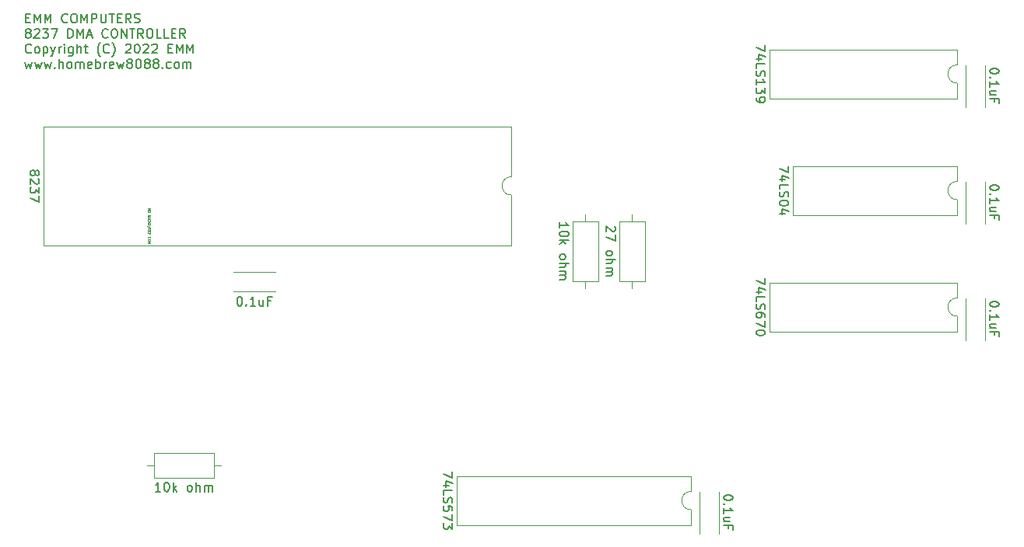
<source format=gbr>
G04 #@! TF.GenerationSoftware,KiCad,Pcbnew,(5.1.8)-1*
G04 #@! TF.CreationDate,2022-03-26T12:00:40-06:00*
G04 #@! TF.ProjectId,DMA,444d412e-6b69-4636-9164-5f7063625858,rev?*
G04 #@! TF.SameCoordinates,Original*
G04 #@! TF.FileFunction,Legend,Top*
G04 #@! TF.FilePolarity,Positive*
%FSLAX46Y46*%
G04 Gerber Fmt 4.6, Leading zero omitted, Abs format (unit mm)*
G04 Created by KiCad (PCBNEW (5.1.8)-1) date 2022-03-26 12:00:40*
%MOMM*%
%LPD*%
G01*
G04 APERTURE LIST*
%ADD10C,0.063500*%
%ADD11C,0.150000*%
%ADD12C,0.120000*%
G04 APERTURE END LIST*
D10*
X68711475Y-81399742D02*
X68965475Y-81399742D01*
X68711475Y-81544885D01*
X68965475Y-81544885D01*
X68965475Y-81714219D02*
X68965475Y-81762600D01*
X68953380Y-81786790D01*
X68929189Y-81810980D01*
X68880808Y-81823076D01*
X68796141Y-81823076D01*
X68747760Y-81810980D01*
X68723570Y-81786790D01*
X68711475Y-81762600D01*
X68711475Y-81714219D01*
X68723570Y-81690028D01*
X68747760Y-81665838D01*
X68796141Y-81653742D01*
X68880808Y-81653742D01*
X68929189Y-81665838D01*
X68953380Y-81690028D01*
X68965475Y-81714219D01*
X68711475Y-82125457D02*
X68965475Y-82125457D01*
X68965475Y-82185933D01*
X68953380Y-82222219D01*
X68929189Y-82246409D01*
X68904999Y-82258504D01*
X68856618Y-82270600D01*
X68820332Y-82270600D01*
X68771951Y-82258504D01*
X68747760Y-82246409D01*
X68723570Y-82222219D01*
X68711475Y-82185933D01*
X68711475Y-82125457D01*
X68784046Y-82367361D02*
X68784046Y-82488314D01*
X68711475Y-82343171D02*
X68965475Y-82427838D01*
X68711475Y-82512504D01*
X68735665Y-82742314D02*
X68723570Y-82730219D01*
X68711475Y-82693933D01*
X68711475Y-82669742D01*
X68723570Y-82633457D01*
X68747760Y-82609266D01*
X68771951Y-82597171D01*
X68820332Y-82585076D01*
X68856618Y-82585076D01*
X68904999Y-82597171D01*
X68929189Y-82609266D01*
X68953380Y-82633457D01*
X68965475Y-82669742D01*
X68965475Y-82693933D01*
X68953380Y-82730219D01*
X68941284Y-82742314D01*
X68711475Y-82851171D02*
X68965475Y-82851171D01*
X68711475Y-82996314D02*
X68856618Y-82887457D01*
X68965475Y-82996314D02*
X68820332Y-82851171D01*
X68965475Y-83153552D02*
X68965475Y-83177742D01*
X68953380Y-83201933D01*
X68941284Y-83214028D01*
X68917094Y-83226123D01*
X68868713Y-83238219D01*
X68808237Y-83238219D01*
X68759856Y-83226123D01*
X68735665Y-83214028D01*
X68723570Y-83201933D01*
X68711475Y-83177742D01*
X68711475Y-83153552D01*
X68723570Y-83129361D01*
X68735665Y-83117266D01*
X68759856Y-83105171D01*
X68808237Y-83093076D01*
X68868713Y-83093076D01*
X68917094Y-83105171D01*
X68941284Y-83117266D01*
X68953380Y-83129361D01*
X68965475Y-83153552D01*
X68977570Y-83528504D02*
X68650999Y-83310790D01*
X68711475Y-83758314D02*
X68832427Y-83673647D01*
X68711475Y-83613171D02*
X68965475Y-83613171D01*
X68965475Y-83709933D01*
X68953380Y-83734123D01*
X68941284Y-83746219D01*
X68917094Y-83758314D01*
X68880808Y-83758314D01*
X68856618Y-83746219D01*
X68844522Y-83734123D01*
X68832427Y-83709933D01*
X68832427Y-83613171D01*
X68844522Y-83867171D02*
X68844522Y-83951838D01*
X68711475Y-83988123D02*
X68711475Y-83867171D01*
X68965475Y-83867171D01*
X68965475Y-83988123D01*
X68844522Y-84181647D02*
X68844522Y-84096980D01*
X68711475Y-84096980D02*
X68965475Y-84096980D01*
X68965475Y-84217933D01*
X68735665Y-84653361D02*
X68723570Y-84641266D01*
X68711475Y-84604980D01*
X68711475Y-84580790D01*
X68723570Y-84544504D01*
X68747760Y-84520314D01*
X68771951Y-84508219D01*
X68820332Y-84496123D01*
X68856618Y-84496123D01*
X68904999Y-84508219D01*
X68929189Y-84520314D01*
X68953380Y-84544504D01*
X68965475Y-84580790D01*
X68965475Y-84604980D01*
X68953380Y-84641266D01*
X68941284Y-84653361D01*
X68965475Y-84810600D02*
X68965475Y-84858980D01*
X68953380Y-84883171D01*
X68929189Y-84907361D01*
X68880808Y-84919457D01*
X68796141Y-84919457D01*
X68747760Y-84907361D01*
X68723570Y-84883171D01*
X68711475Y-84858980D01*
X68711475Y-84810600D01*
X68723570Y-84786409D01*
X68747760Y-84762219D01*
X68796141Y-84750123D01*
X68880808Y-84750123D01*
X68929189Y-84762219D01*
X68953380Y-84786409D01*
X68965475Y-84810600D01*
X68711475Y-85028314D02*
X68965475Y-85028314D01*
X68711475Y-85173457D01*
X68965475Y-85173457D01*
D11*
X55445975Y-60674171D02*
X55779308Y-60674171D01*
X55922165Y-61197980D02*
X55445975Y-61197980D01*
X55445975Y-60197980D01*
X55922165Y-60197980D01*
X56350737Y-61197980D02*
X56350737Y-60197980D01*
X56684070Y-60912266D01*
X57017403Y-60197980D01*
X57017403Y-61197980D01*
X57493594Y-61197980D02*
X57493594Y-60197980D01*
X57826927Y-60912266D01*
X58160260Y-60197980D01*
X58160260Y-61197980D01*
X59969784Y-61102742D02*
X59922165Y-61150361D01*
X59779308Y-61197980D01*
X59684070Y-61197980D01*
X59541213Y-61150361D01*
X59445975Y-61055123D01*
X59398356Y-60959885D01*
X59350737Y-60769409D01*
X59350737Y-60626552D01*
X59398356Y-60436076D01*
X59445975Y-60340838D01*
X59541213Y-60245600D01*
X59684070Y-60197980D01*
X59779308Y-60197980D01*
X59922165Y-60245600D01*
X59969784Y-60293219D01*
X60588832Y-60197980D02*
X60779308Y-60197980D01*
X60874546Y-60245600D01*
X60969784Y-60340838D01*
X61017403Y-60531314D01*
X61017403Y-60864647D01*
X60969784Y-61055123D01*
X60874546Y-61150361D01*
X60779308Y-61197980D01*
X60588832Y-61197980D01*
X60493594Y-61150361D01*
X60398356Y-61055123D01*
X60350737Y-60864647D01*
X60350737Y-60531314D01*
X60398356Y-60340838D01*
X60493594Y-60245600D01*
X60588832Y-60197980D01*
X61445975Y-61197980D02*
X61445975Y-60197980D01*
X61779308Y-60912266D01*
X62112641Y-60197980D01*
X62112641Y-61197980D01*
X62588832Y-61197980D02*
X62588832Y-60197980D01*
X62969784Y-60197980D01*
X63065022Y-60245600D01*
X63112641Y-60293219D01*
X63160260Y-60388457D01*
X63160260Y-60531314D01*
X63112641Y-60626552D01*
X63065022Y-60674171D01*
X62969784Y-60721790D01*
X62588832Y-60721790D01*
X63588832Y-60197980D02*
X63588832Y-61007504D01*
X63636451Y-61102742D01*
X63684070Y-61150361D01*
X63779308Y-61197980D01*
X63969784Y-61197980D01*
X64065022Y-61150361D01*
X64112641Y-61102742D01*
X64160260Y-61007504D01*
X64160260Y-60197980D01*
X64493594Y-60197980D02*
X65065022Y-60197980D01*
X64779308Y-61197980D02*
X64779308Y-60197980D01*
X65398356Y-60674171D02*
X65731689Y-60674171D01*
X65874546Y-61197980D02*
X65398356Y-61197980D01*
X65398356Y-60197980D01*
X65874546Y-60197980D01*
X66874546Y-61197980D02*
X66541213Y-60721790D01*
X66303118Y-61197980D02*
X66303118Y-60197980D01*
X66684070Y-60197980D01*
X66779308Y-60245600D01*
X66826927Y-60293219D01*
X66874546Y-60388457D01*
X66874546Y-60531314D01*
X66826927Y-60626552D01*
X66779308Y-60674171D01*
X66684070Y-60721790D01*
X66303118Y-60721790D01*
X67255499Y-61150361D02*
X67398356Y-61197980D01*
X67636451Y-61197980D01*
X67731689Y-61150361D01*
X67779308Y-61102742D01*
X67826927Y-61007504D01*
X67826927Y-60912266D01*
X67779308Y-60817028D01*
X67731689Y-60769409D01*
X67636451Y-60721790D01*
X67445975Y-60674171D01*
X67350737Y-60626552D01*
X67303118Y-60578933D01*
X67255499Y-60483695D01*
X67255499Y-60388457D01*
X67303118Y-60293219D01*
X67350737Y-60245600D01*
X67445975Y-60197980D01*
X67684070Y-60197980D01*
X67826927Y-60245600D01*
X55588832Y-62276552D02*
X55493594Y-62228933D01*
X55445975Y-62181314D01*
X55398356Y-62086076D01*
X55398356Y-62038457D01*
X55445975Y-61943219D01*
X55493594Y-61895600D01*
X55588832Y-61847980D01*
X55779308Y-61847980D01*
X55874546Y-61895600D01*
X55922165Y-61943219D01*
X55969784Y-62038457D01*
X55969784Y-62086076D01*
X55922165Y-62181314D01*
X55874546Y-62228933D01*
X55779308Y-62276552D01*
X55588832Y-62276552D01*
X55493594Y-62324171D01*
X55445975Y-62371790D01*
X55398356Y-62467028D01*
X55398356Y-62657504D01*
X55445975Y-62752742D01*
X55493594Y-62800361D01*
X55588832Y-62847980D01*
X55779308Y-62847980D01*
X55874546Y-62800361D01*
X55922165Y-62752742D01*
X55969784Y-62657504D01*
X55969784Y-62467028D01*
X55922165Y-62371790D01*
X55874546Y-62324171D01*
X55779308Y-62276552D01*
X56350737Y-61943219D02*
X56398356Y-61895600D01*
X56493594Y-61847980D01*
X56731689Y-61847980D01*
X56826927Y-61895600D01*
X56874546Y-61943219D01*
X56922165Y-62038457D01*
X56922165Y-62133695D01*
X56874546Y-62276552D01*
X56303118Y-62847980D01*
X56922165Y-62847980D01*
X57255499Y-61847980D02*
X57874546Y-61847980D01*
X57541213Y-62228933D01*
X57684070Y-62228933D01*
X57779308Y-62276552D01*
X57826927Y-62324171D01*
X57874546Y-62419409D01*
X57874546Y-62657504D01*
X57826927Y-62752742D01*
X57779308Y-62800361D01*
X57684070Y-62847980D01*
X57398356Y-62847980D01*
X57303118Y-62800361D01*
X57255499Y-62752742D01*
X58207880Y-61847980D02*
X58874546Y-61847980D01*
X58445975Y-62847980D01*
X60017403Y-62847980D02*
X60017403Y-61847980D01*
X60255499Y-61847980D01*
X60398356Y-61895600D01*
X60493594Y-61990838D01*
X60541213Y-62086076D01*
X60588832Y-62276552D01*
X60588832Y-62419409D01*
X60541213Y-62609885D01*
X60493594Y-62705123D01*
X60398356Y-62800361D01*
X60255499Y-62847980D01*
X60017403Y-62847980D01*
X61017403Y-62847980D02*
X61017403Y-61847980D01*
X61350737Y-62562266D01*
X61684070Y-61847980D01*
X61684070Y-62847980D01*
X62112641Y-62562266D02*
X62588832Y-62562266D01*
X62017403Y-62847980D02*
X62350737Y-61847980D01*
X62684070Y-62847980D01*
X64350737Y-62752742D02*
X64303118Y-62800361D01*
X64160260Y-62847980D01*
X64065022Y-62847980D01*
X63922165Y-62800361D01*
X63826927Y-62705123D01*
X63779308Y-62609885D01*
X63731689Y-62419409D01*
X63731689Y-62276552D01*
X63779308Y-62086076D01*
X63826927Y-61990838D01*
X63922165Y-61895600D01*
X64065022Y-61847980D01*
X64160260Y-61847980D01*
X64303118Y-61895600D01*
X64350737Y-61943219D01*
X64969784Y-61847980D02*
X65160260Y-61847980D01*
X65255499Y-61895600D01*
X65350737Y-61990838D01*
X65398356Y-62181314D01*
X65398356Y-62514647D01*
X65350737Y-62705123D01*
X65255499Y-62800361D01*
X65160260Y-62847980D01*
X64969784Y-62847980D01*
X64874546Y-62800361D01*
X64779308Y-62705123D01*
X64731689Y-62514647D01*
X64731689Y-62181314D01*
X64779308Y-61990838D01*
X64874546Y-61895600D01*
X64969784Y-61847980D01*
X65826927Y-62847980D02*
X65826927Y-61847980D01*
X66398356Y-62847980D01*
X66398356Y-61847980D01*
X66731689Y-61847980D02*
X67303118Y-61847980D01*
X67017403Y-62847980D02*
X67017403Y-61847980D01*
X68207880Y-62847980D02*
X67874546Y-62371790D01*
X67636451Y-62847980D02*
X67636451Y-61847980D01*
X68017403Y-61847980D01*
X68112641Y-61895600D01*
X68160260Y-61943219D01*
X68207880Y-62038457D01*
X68207880Y-62181314D01*
X68160260Y-62276552D01*
X68112641Y-62324171D01*
X68017403Y-62371790D01*
X67636451Y-62371790D01*
X68826927Y-61847980D02*
X69017403Y-61847980D01*
X69112641Y-61895600D01*
X69207880Y-61990838D01*
X69255499Y-62181314D01*
X69255499Y-62514647D01*
X69207880Y-62705123D01*
X69112641Y-62800361D01*
X69017403Y-62847980D01*
X68826927Y-62847980D01*
X68731689Y-62800361D01*
X68636451Y-62705123D01*
X68588832Y-62514647D01*
X68588832Y-62181314D01*
X68636451Y-61990838D01*
X68731689Y-61895600D01*
X68826927Y-61847980D01*
X70160260Y-62847980D02*
X69684070Y-62847980D01*
X69684070Y-61847980D01*
X70969784Y-62847980D02*
X70493594Y-62847980D01*
X70493594Y-61847980D01*
X71303118Y-62324171D02*
X71636451Y-62324171D01*
X71779308Y-62847980D02*
X71303118Y-62847980D01*
X71303118Y-61847980D01*
X71779308Y-61847980D01*
X72779308Y-62847980D02*
X72445975Y-62371790D01*
X72207880Y-62847980D02*
X72207880Y-61847980D01*
X72588832Y-61847980D01*
X72684070Y-61895600D01*
X72731689Y-61943219D01*
X72779308Y-62038457D01*
X72779308Y-62181314D01*
X72731689Y-62276552D01*
X72684070Y-62324171D01*
X72588832Y-62371790D01*
X72207880Y-62371790D01*
X56017403Y-64402742D02*
X55969784Y-64450361D01*
X55826927Y-64497980D01*
X55731689Y-64497980D01*
X55588832Y-64450361D01*
X55493594Y-64355123D01*
X55445975Y-64259885D01*
X55398356Y-64069409D01*
X55398356Y-63926552D01*
X55445975Y-63736076D01*
X55493594Y-63640838D01*
X55588832Y-63545600D01*
X55731689Y-63497980D01*
X55826927Y-63497980D01*
X55969784Y-63545600D01*
X56017403Y-63593219D01*
X56588832Y-64497980D02*
X56493594Y-64450361D01*
X56445975Y-64402742D01*
X56398356Y-64307504D01*
X56398356Y-64021790D01*
X56445975Y-63926552D01*
X56493594Y-63878933D01*
X56588832Y-63831314D01*
X56731689Y-63831314D01*
X56826927Y-63878933D01*
X56874546Y-63926552D01*
X56922165Y-64021790D01*
X56922165Y-64307504D01*
X56874546Y-64402742D01*
X56826927Y-64450361D01*
X56731689Y-64497980D01*
X56588832Y-64497980D01*
X57350737Y-63831314D02*
X57350737Y-64831314D01*
X57350737Y-63878933D02*
X57445975Y-63831314D01*
X57636451Y-63831314D01*
X57731689Y-63878933D01*
X57779308Y-63926552D01*
X57826927Y-64021790D01*
X57826927Y-64307504D01*
X57779308Y-64402742D01*
X57731689Y-64450361D01*
X57636451Y-64497980D01*
X57445975Y-64497980D01*
X57350737Y-64450361D01*
X58160260Y-63831314D02*
X58398356Y-64497980D01*
X58636451Y-63831314D02*
X58398356Y-64497980D01*
X58303118Y-64736076D01*
X58255499Y-64783695D01*
X58160260Y-64831314D01*
X59017403Y-64497980D02*
X59017403Y-63831314D01*
X59017403Y-64021790D02*
X59065022Y-63926552D01*
X59112641Y-63878933D01*
X59207880Y-63831314D01*
X59303118Y-63831314D01*
X59636451Y-64497980D02*
X59636451Y-63831314D01*
X59636451Y-63497980D02*
X59588832Y-63545600D01*
X59636451Y-63593219D01*
X59684070Y-63545600D01*
X59636451Y-63497980D01*
X59636451Y-63593219D01*
X60541213Y-63831314D02*
X60541213Y-64640838D01*
X60493594Y-64736076D01*
X60445975Y-64783695D01*
X60350737Y-64831314D01*
X60207880Y-64831314D01*
X60112641Y-64783695D01*
X60541213Y-64450361D02*
X60445975Y-64497980D01*
X60255499Y-64497980D01*
X60160260Y-64450361D01*
X60112641Y-64402742D01*
X60065022Y-64307504D01*
X60065022Y-64021790D01*
X60112641Y-63926552D01*
X60160260Y-63878933D01*
X60255499Y-63831314D01*
X60445975Y-63831314D01*
X60541213Y-63878933D01*
X61017403Y-64497980D02*
X61017403Y-63497980D01*
X61445975Y-64497980D02*
X61445975Y-63974171D01*
X61398356Y-63878933D01*
X61303118Y-63831314D01*
X61160260Y-63831314D01*
X61065022Y-63878933D01*
X61017403Y-63926552D01*
X61779308Y-63831314D02*
X62160260Y-63831314D01*
X61922165Y-63497980D02*
X61922165Y-64355123D01*
X61969784Y-64450361D01*
X62065022Y-64497980D01*
X62160260Y-64497980D01*
X63541213Y-64878933D02*
X63493594Y-64831314D01*
X63398356Y-64688457D01*
X63350737Y-64593219D01*
X63303118Y-64450361D01*
X63255499Y-64212266D01*
X63255499Y-64021790D01*
X63303118Y-63783695D01*
X63350737Y-63640838D01*
X63398356Y-63545600D01*
X63493594Y-63402742D01*
X63541213Y-63355123D01*
X64493594Y-64402742D02*
X64445975Y-64450361D01*
X64303118Y-64497980D01*
X64207880Y-64497980D01*
X64065022Y-64450361D01*
X63969784Y-64355123D01*
X63922165Y-64259885D01*
X63874546Y-64069409D01*
X63874546Y-63926552D01*
X63922165Y-63736076D01*
X63969784Y-63640838D01*
X64065022Y-63545600D01*
X64207880Y-63497980D01*
X64303118Y-63497980D01*
X64445975Y-63545600D01*
X64493594Y-63593219D01*
X64826927Y-64878933D02*
X64874546Y-64831314D01*
X64969784Y-64688457D01*
X65017403Y-64593219D01*
X65065022Y-64450361D01*
X65112641Y-64212266D01*
X65112641Y-64021790D01*
X65065022Y-63783695D01*
X65017403Y-63640838D01*
X64969784Y-63545600D01*
X64874546Y-63402742D01*
X64826927Y-63355123D01*
X66303118Y-63593219D02*
X66350737Y-63545600D01*
X66445975Y-63497980D01*
X66684070Y-63497980D01*
X66779308Y-63545600D01*
X66826927Y-63593219D01*
X66874546Y-63688457D01*
X66874546Y-63783695D01*
X66826927Y-63926552D01*
X66255499Y-64497980D01*
X66874546Y-64497980D01*
X67493594Y-63497980D02*
X67588832Y-63497980D01*
X67684070Y-63545600D01*
X67731689Y-63593219D01*
X67779308Y-63688457D01*
X67826927Y-63878933D01*
X67826927Y-64117028D01*
X67779308Y-64307504D01*
X67731689Y-64402742D01*
X67684070Y-64450361D01*
X67588832Y-64497980D01*
X67493594Y-64497980D01*
X67398356Y-64450361D01*
X67350737Y-64402742D01*
X67303118Y-64307504D01*
X67255499Y-64117028D01*
X67255499Y-63878933D01*
X67303118Y-63688457D01*
X67350737Y-63593219D01*
X67398356Y-63545600D01*
X67493594Y-63497980D01*
X68207880Y-63593219D02*
X68255499Y-63545600D01*
X68350737Y-63497980D01*
X68588832Y-63497980D01*
X68684070Y-63545600D01*
X68731689Y-63593219D01*
X68779308Y-63688457D01*
X68779308Y-63783695D01*
X68731689Y-63926552D01*
X68160260Y-64497980D01*
X68779308Y-64497980D01*
X69160260Y-63593219D02*
X69207880Y-63545600D01*
X69303118Y-63497980D01*
X69541213Y-63497980D01*
X69636451Y-63545600D01*
X69684070Y-63593219D01*
X69731689Y-63688457D01*
X69731689Y-63783695D01*
X69684070Y-63926552D01*
X69112641Y-64497980D01*
X69731689Y-64497980D01*
X70922165Y-63974171D02*
X71255499Y-63974171D01*
X71398356Y-64497980D02*
X70922165Y-64497980D01*
X70922165Y-63497980D01*
X71398356Y-63497980D01*
X71826927Y-64497980D02*
X71826927Y-63497980D01*
X72160260Y-64212266D01*
X72493594Y-63497980D01*
X72493594Y-64497980D01*
X72969784Y-64497980D02*
X72969784Y-63497980D01*
X73303118Y-64212266D01*
X73636451Y-63497980D01*
X73636451Y-64497980D01*
X55350737Y-65481314D02*
X55541213Y-66147980D01*
X55731689Y-65671790D01*
X55922165Y-66147980D01*
X56112641Y-65481314D01*
X56398356Y-65481314D02*
X56588832Y-66147980D01*
X56779308Y-65671790D01*
X56969784Y-66147980D01*
X57160260Y-65481314D01*
X57445975Y-65481314D02*
X57636451Y-66147980D01*
X57826927Y-65671790D01*
X58017403Y-66147980D01*
X58207880Y-65481314D01*
X58588832Y-66052742D02*
X58636451Y-66100361D01*
X58588832Y-66147980D01*
X58541213Y-66100361D01*
X58588832Y-66052742D01*
X58588832Y-66147980D01*
X59065022Y-66147980D02*
X59065022Y-65147980D01*
X59493594Y-66147980D02*
X59493594Y-65624171D01*
X59445975Y-65528933D01*
X59350737Y-65481314D01*
X59207880Y-65481314D01*
X59112641Y-65528933D01*
X59065022Y-65576552D01*
X60112641Y-66147980D02*
X60017403Y-66100361D01*
X59969784Y-66052742D01*
X59922165Y-65957504D01*
X59922165Y-65671790D01*
X59969784Y-65576552D01*
X60017403Y-65528933D01*
X60112641Y-65481314D01*
X60255499Y-65481314D01*
X60350737Y-65528933D01*
X60398356Y-65576552D01*
X60445975Y-65671790D01*
X60445975Y-65957504D01*
X60398356Y-66052742D01*
X60350737Y-66100361D01*
X60255499Y-66147980D01*
X60112641Y-66147980D01*
X60874546Y-66147980D02*
X60874546Y-65481314D01*
X60874546Y-65576552D02*
X60922165Y-65528933D01*
X61017403Y-65481314D01*
X61160260Y-65481314D01*
X61255499Y-65528933D01*
X61303118Y-65624171D01*
X61303118Y-66147980D01*
X61303118Y-65624171D02*
X61350737Y-65528933D01*
X61445975Y-65481314D01*
X61588832Y-65481314D01*
X61684070Y-65528933D01*
X61731689Y-65624171D01*
X61731689Y-66147980D01*
X62588832Y-66100361D02*
X62493594Y-66147980D01*
X62303118Y-66147980D01*
X62207880Y-66100361D01*
X62160260Y-66005123D01*
X62160260Y-65624171D01*
X62207880Y-65528933D01*
X62303118Y-65481314D01*
X62493594Y-65481314D01*
X62588832Y-65528933D01*
X62636451Y-65624171D01*
X62636451Y-65719409D01*
X62160260Y-65814647D01*
X63065022Y-66147980D02*
X63065022Y-65147980D01*
X63065022Y-65528933D02*
X63160260Y-65481314D01*
X63350737Y-65481314D01*
X63445975Y-65528933D01*
X63493594Y-65576552D01*
X63541213Y-65671790D01*
X63541213Y-65957504D01*
X63493594Y-66052742D01*
X63445975Y-66100361D01*
X63350737Y-66147980D01*
X63160260Y-66147980D01*
X63065022Y-66100361D01*
X63969784Y-66147980D02*
X63969784Y-65481314D01*
X63969784Y-65671790D02*
X64017403Y-65576552D01*
X64065022Y-65528933D01*
X64160260Y-65481314D01*
X64255499Y-65481314D01*
X64969784Y-66100361D02*
X64874546Y-66147980D01*
X64684070Y-66147980D01*
X64588832Y-66100361D01*
X64541213Y-66005123D01*
X64541213Y-65624171D01*
X64588832Y-65528933D01*
X64684070Y-65481314D01*
X64874546Y-65481314D01*
X64969784Y-65528933D01*
X65017403Y-65624171D01*
X65017403Y-65719409D01*
X64541213Y-65814647D01*
X65350737Y-65481314D02*
X65541213Y-66147980D01*
X65731689Y-65671790D01*
X65922165Y-66147980D01*
X66112641Y-65481314D01*
X66636451Y-65576552D02*
X66541213Y-65528933D01*
X66493594Y-65481314D01*
X66445975Y-65386076D01*
X66445975Y-65338457D01*
X66493594Y-65243219D01*
X66541213Y-65195600D01*
X66636451Y-65147980D01*
X66826927Y-65147980D01*
X66922165Y-65195600D01*
X66969784Y-65243219D01*
X67017403Y-65338457D01*
X67017403Y-65386076D01*
X66969784Y-65481314D01*
X66922165Y-65528933D01*
X66826927Y-65576552D01*
X66636451Y-65576552D01*
X66541213Y-65624171D01*
X66493594Y-65671790D01*
X66445975Y-65767028D01*
X66445975Y-65957504D01*
X66493594Y-66052742D01*
X66541213Y-66100361D01*
X66636451Y-66147980D01*
X66826927Y-66147980D01*
X66922165Y-66100361D01*
X66969784Y-66052742D01*
X67017403Y-65957504D01*
X67017403Y-65767028D01*
X66969784Y-65671790D01*
X66922165Y-65624171D01*
X66826927Y-65576552D01*
X67636451Y-65147980D02*
X67731689Y-65147980D01*
X67826927Y-65195600D01*
X67874546Y-65243219D01*
X67922165Y-65338457D01*
X67969784Y-65528933D01*
X67969784Y-65767028D01*
X67922165Y-65957504D01*
X67874546Y-66052742D01*
X67826927Y-66100361D01*
X67731689Y-66147980D01*
X67636451Y-66147980D01*
X67541213Y-66100361D01*
X67493594Y-66052742D01*
X67445975Y-65957504D01*
X67398356Y-65767028D01*
X67398356Y-65528933D01*
X67445975Y-65338457D01*
X67493594Y-65243219D01*
X67541213Y-65195600D01*
X67636451Y-65147980D01*
X68541213Y-65576552D02*
X68445975Y-65528933D01*
X68398356Y-65481314D01*
X68350737Y-65386076D01*
X68350737Y-65338457D01*
X68398356Y-65243219D01*
X68445975Y-65195600D01*
X68541213Y-65147980D01*
X68731689Y-65147980D01*
X68826927Y-65195600D01*
X68874546Y-65243219D01*
X68922165Y-65338457D01*
X68922165Y-65386076D01*
X68874546Y-65481314D01*
X68826927Y-65528933D01*
X68731689Y-65576552D01*
X68541213Y-65576552D01*
X68445975Y-65624171D01*
X68398356Y-65671790D01*
X68350737Y-65767028D01*
X68350737Y-65957504D01*
X68398356Y-66052742D01*
X68445975Y-66100361D01*
X68541213Y-66147980D01*
X68731689Y-66147980D01*
X68826927Y-66100361D01*
X68874546Y-66052742D01*
X68922165Y-65957504D01*
X68922165Y-65767028D01*
X68874546Y-65671790D01*
X68826927Y-65624171D01*
X68731689Y-65576552D01*
X69493594Y-65576552D02*
X69398356Y-65528933D01*
X69350737Y-65481314D01*
X69303118Y-65386076D01*
X69303118Y-65338457D01*
X69350737Y-65243219D01*
X69398356Y-65195600D01*
X69493594Y-65147980D01*
X69684070Y-65147980D01*
X69779308Y-65195600D01*
X69826927Y-65243219D01*
X69874546Y-65338457D01*
X69874546Y-65386076D01*
X69826927Y-65481314D01*
X69779308Y-65528933D01*
X69684070Y-65576552D01*
X69493594Y-65576552D01*
X69398356Y-65624171D01*
X69350737Y-65671790D01*
X69303118Y-65767028D01*
X69303118Y-65957504D01*
X69350737Y-66052742D01*
X69398356Y-66100361D01*
X69493594Y-66147980D01*
X69684070Y-66147980D01*
X69779308Y-66100361D01*
X69826927Y-66052742D01*
X69874546Y-65957504D01*
X69874546Y-65767028D01*
X69826927Y-65671790D01*
X69779308Y-65624171D01*
X69684070Y-65576552D01*
X70303118Y-66052742D02*
X70350737Y-66100361D01*
X70303118Y-66147980D01*
X70255499Y-66100361D01*
X70303118Y-66052742D01*
X70303118Y-66147980D01*
X71207880Y-66100361D02*
X71112641Y-66147980D01*
X70922165Y-66147980D01*
X70826927Y-66100361D01*
X70779308Y-66052742D01*
X70731689Y-65957504D01*
X70731689Y-65671790D01*
X70779308Y-65576552D01*
X70826927Y-65528933D01*
X70922165Y-65481314D01*
X71112641Y-65481314D01*
X71207880Y-65528933D01*
X71779308Y-66147980D02*
X71684070Y-66100361D01*
X71636451Y-66052742D01*
X71588832Y-65957504D01*
X71588832Y-65671790D01*
X71636451Y-65576552D01*
X71684070Y-65528933D01*
X71779308Y-65481314D01*
X71922165Y-65481314D01*
X72017403Y-65528933D01*
X72065022Y-65576552D01*
X72112641Y-65671790D01*
X72112641Y-65957504D01*
X72065022Y-66052742D01*
X72017403Y-66100361D01*
X71922165Y-66147980D01*
X71779308Y-66147980D01*
X72541213Y-66147980D02*
X72541213Y-65481314D01*
X72541213Y-65576552D02*
X72588832Y-65528933D01*
X72684070Y-65481314D01*
X72826927Y-65481314D01*
X72922165Y-65528933D01*
X72969784Y-65624171D01*
X72969784Y-66147980D01*
X72969784Y-65624171D02*
X73017403Y-65528933D01*
X73112641Y-65481314D01*
X73255499Y-65481314D01*
X73350737Y-65528933D01*
X73398356Y-65624171D01*
X73398356Y-66147980D01*
D12*
G04 #@! TO.C,R3*
X122774380Y-82810600D02*
X120034380Y-82810600D01*
X120034380Y-82810600D02*
X120034380Y-89350600D01*
X120034380Y-89350600D02*
X122774380Y-89350600D01*
X122774380Y-89350600D02*
X122774380Y-82810600D01*
X121404380Y-82040600D02*
X121404380Y-82810600D01*
X121404380Y-90120600D02*
X121404380Y-89350600D01*
G04 #@! TO.C,R2*
X76676380Y-109448600D02*
X75906380Y-109448600D01*
X68596380Y-109448600D02*
X69366380Y-109448600D01*
X75906380Y-108078600D02*
X69366380Y-108078600D01*
X75906380Y-110818600D02*
X75906380Y-108078600D01*
X69366380Y-110818600D02*
X75906380Y-110818600D01*
X69366380Y-108078600D02*
X69366380Y-110818600D01*
G04 #@! TO.C,U2*
X156770380Y-65776600D02*
X156770380Y-64126600D01*
X156770380Y-64126600D02*
X136330380Y-64126600D01*
X136330380Y-64126600D02*
X136330380Y-69426600D01*
X136330380Y-69426600D02*
X156770380Y-69426600D01*
X156770380Y-69426600D02*
X156770380Y-67776600D01*
X156770380Y-67776600D02*
G75*
G02*
X156770380Y-65776600I0J1000000D01*
G01*
G04 #@! TO.C,U1*
X108256380Y-77968600D02*
X108256380Y-72508600D01*
X108256380Y-72508600D02*
X57336380Y-72508600D01*
X57336380Y-72508600D02*
X57336380Y-85428600D01*
X57336380Y-85428600D02*
X108256380Y-85428600D01*
X108256380Y-85428600D02*
X108256380Y-79968600D01*
X108256380Y-79968600D02*
G75*
G02*
X108256380Y-77968600I0J1000000D01*
G01*
G04 #@! TO.C,U4*
X156770380Y-91176600D02*
X156770380Y-89526600D01*
X156770380Y-89526600D02*
X136330380Y-89526600D01*
X136330380Y-89526600D02*
X136330380Y-94826600D01*
X136330380Y-94826600D02*
X156770380Y-94826600D01*
X156770380Y-94826600D02*
X156770380Y-93176600D01*
X156770380Y-93176600D02*
G75*
G02*
X156770380Y-91176600I0J1000000D01*
G01*
G04 #@! TO.C,U3*
X156770380Y-78476600D02*
X156770380Y-76826600D01*
X156770380Y-76826600D02*
X138870380Y-76826600D01*
X138870380Y-76826600D02*
X138870380Y-82126600D01*
X138870380Y-82126600D02*
X156770380Y-82126600D01*
X156770380Y-82126600D02*
X156770380Y-80476600D01*
X156770380Y-80476600D02*
G75*
G02*
X156770380Y-78476600I0J1000000D01*
G01*
G04 #@! TO.C,R1*
X117694380Y-82810600D02*
X114954380Y-82810600D01*
X114954380Y-82810600D02*
X114954380Y-89350600D01*
X114954380Y-89350600D02*
X117694380Y-89350600D01*
X117694380Y-89350600D02*
X117694380Y-82810600D01*
X116324380Y-82040600D02*
X116324380Y-82810600D01*
X116324380Y-90120600D02*
X116324380Y-89350600D01*
G04 #@! TO.C,C5*
X130856380Y-112298600D02*
X130856380Y-116838600D01*
X128716380Y-112298600D02*
X128716380Y-116838600D01*
X130856380Y-112298600D02*
X130841380Y-112298600D01*
X128731380Y-112298600D02*
X128716380Y-112298600D01*
X130856380Y-116838600D02*
X130841380Y-116838600D01*
X128731380Y-116838600D02*
X128716380Y-116838600D01*
G04 #@! TO.C,C4*
X159812380Y-91216600D02*
X159812380Y-95756600D01*
X157672380Y-91216600D02*
X157672380Y-95756600D01*
X159812380Y-91216600D02*
X159797380Y-91216600D01*
X157687380Y-91216600D02*
X157672380Y-91216600D01*
X159812380Y-95756600D02*
X159797380Y-95756600D01*
X157687380Y-95756600D02*
X157672380Y-95756600D01*
G04 #@! TO.C,C3*
X159812380Y-78516600D02*
X159812380Y-83056600D01*
X157672380Y-78516600D02*
X157672380Y-83056600D01*
X159812380Y-78516600D02*
X159797380Y-78516600D01*
X157687380Y-78516600D02*
X157672380Y-78516600D01*
X159812380Y-83056600D02*
X159797380Y-83056600D01*
X157687380Y-83056600D02*
X157672380Y-83056600D01*
G04 #@! TO.C,C2*
X78026380Y-88312600D02*
X82566380Y-88312600D01*
X78026380Y-90452600D02*
X82566380Y-90452600D01*
X78026380Y-88312600D02*
X78026380Y-88327600D01*
X78026380Y-90437600D02*
X78026380Y-90452600D01*
X82566380Y-88312600D02*
X82566380Y-88327600D01*
X82566380Y-90437600D02*
X82566380Y-90452600D01*
G04 #@! TO.C,C1*
X159812380Y-65816600D02*
X159812380Y-70356600D01*
X157672380Y-65816600D02*
X157672380Y-70356600D01*
X159812380Y-65816600D02*
X159797380Y-65816600D01*
X157687380Y-65816600D02*
X157672380Y-65816600D01*
X159812380Y-70356600D02*
X159797380Y-70356600D01*
X157687380Y-70356600D02*
X157672380Y-70356600D01*
G04 #@! TO.C,U5*
X127814380Y-115908600D02*
X127814380Y-114258600D01*
X102294380Y-115908600D02*
X127814380Y-115908600D01*
X102294380Y-110608600D02*
X102294380Y-115908600D01*
X127814380Y-110608600D02*
X102294380Y-110608600D01*
X127814380Y-112258600D02*
X127814380Y-110608600D01*
X127814380Y-114258600D02*
G75*
G02*
X127814380Y-112258600I0J1000000D01*
G01*
G04 #@! TO.C,R3*
D11*
X119486760Y-83366314D02*
X119534380Y-83413933D01*
X119581999Y-83509171D01*
X119581999Y-83747266D01*
X119534380Y-83842504D01*
X119486760Y-83890123D01*
X119391522Y-83937742D01*
X119296284Y-83937742D01*
X119153427Y-83890123D01*
X118581999Y-83318695D01*
X118581999Y-83937742D01*
X119581999Y-84271076D02*
X119581999Y-84937742D01*
X118581999Y-84509171D01*
X118581999Y-86223457D02*
X118629618Y-86128219D01*
X118677237Y-86080600D01*
X118772475Y-86032980D01*
X119058189Y-86032980D01*
X119153427Y-86080600D01*
X119201046Y-86128219D01*
X119248665Y-86223457D01*
X119248665Y-86366314D01*
X119201046Y-86461552D01*
X119153427Y-86509171D01*
X119058189Y-86556790D01*
X118772475Y-86556790D01*
X118677237Y-86509171D01*
X118629618Y-86461552D01*
X118581999Y-86366314D01*
X118581999Y-86223457D01*
X118581999Y-86985361D02*
X119581999Y-86985361D01*
X118581999Y-87413933D02*
X119105808Y-87413933D01*
X119201046Y-87366314D01*
X119248665Y-87271076D01*
X119248665Y-87128219D01*
X119201046Y-87032980D01*
X119153427Y-86985361D01*
X118581999Y-87890123D02*
X119248665Y-87890123D01*
X119153427Y-87890123D02*
X119201046Y-87937742D01*
X119248665Y-88032980D01*
X119248665Y-88175838D01*
X119201046Y-88271076D01*
X119105808Y-88318695D01*
X118581999Y-88318695D01*
X119105808Y-88318695D02*
X119201046Y-88366314D01*
X119248665Y-88461552D01*
X119248665Y-88604409D01*
X119201046Y-88699647D01*
X119105808Y-88747266D01*
X118581999Y-88747266D01*
G04 #@! TO.C,R2*
X70088760Y-112270980D02*
X69517332Y-112270980D01*
X69803046Y-112270980D02*
X69803046Y-111270980D01*
X69707808Y-111413838D01*
X69612570Y-111509076D01*
X69517332Y-111556695D01*
X70707808Y-111270980D02*
X70803046Y-111270980D01*
X70898284Y-111318600D01*
X70945903Y-111366219D01*
X70993522Y-111461457D01*
X71041141Y-111651933D01*
X71041141Y-111890028D01*
X70993522Y-112080504D01*
X70945903Y-112175742D01*
X70898284Y-112223361D01*
X70803046Y-112270980D01*
X70707808Y-112270980D01*
X70612570Y-112223361D01*
X70564951Y-112175742D01*
X70517332Y-112080504D01*
X70469713Y-111890028D01*
X70469713Y-111651933D01*
X70517332Y-111461457D01*
X70564951Y-111366219D01*
X70612570Y-111318600D01*
X70707808Y-111270980D01*
X71469713Y-112270980D02*
X71469713Y-111270980D01*
X71564951Y-111890028D02*
X71850665Y-112270980D01*
X71850665Y-111604314D02*
X71469713Y-111985266D01*
X73183999Y-112270980D02*
X73088760Y-112223361D01*
X73041141Y-112175742D01*
X72993522Y-112080504D01*
X72993522Y-111794790D01*
X73041141Y-111699552D01*
X73088760Y-111651933D01*
X73183999Y-111604314D01*
X73326856Y-111604314D01*
X73422094Y-111651933D01*
X73469713Y-111699552D01*
X73517332Y-111794790D01*
X73517332Y-112080504D01*
X73469713Y-112175742D01*
X73422094Y-112223361D01*
X73326856Y-112270980D01*
X73183999Y-112270980D01*
X73945903Y-112270980D02*
X73945903Y-111270980D01*
X74374475Y-112270980D02*
X74374475Y-111747171D01*
X74326856Y-111651933D01*
X74231618Y-111604314D01*
X74088760Y-111604314D01*
X73993522Y-111651933D01*
X73945903Y-111699552D01*
X74850665Y-112270980D02*
X74850665Y-111604314D01*
X74850665Y-111699552D02*
X74898284Y-111651933D01*
X74993522Y-111604314D01*
X75136380Y-111604314D01*
X75231618Y-111651933D01*
X75279237Y-111747171D01*
X75279237Y-112270980D01*
X75279237Y-111747171D02*
X75326856Y-111651933D01*
X75422094Y-111604314D01*
X75564951Y-111604314D01*
X75660189Y-111651933D01*
X75707808Y-111747171D01*
X75707808Y-112270980D01*
G04 #@! TO.C,U2*
X135877999Y-63657552D02*
X135877999Y-64324219D01*
X134877999Y-63895647D01*
X135544665Y-65133742D02*
X134877999Y-65133742D01*
X135925618Y-64895647D02*
X135211332Y-64657552D01*
X135211332Y-65276600D01*
X134877999Y-66133742D02*
X134877999Y-65657552D01*
X135877999Y-65657552D01*
X134925618Y-66419457D02*
X134877999Y-66562314D01*
X134877999Y-66800409D01*
X134925618Y-66895647D01*
X134973237Y-66943266D01*
X135068475Y-66990885D01*
X135163713Y-66990885D01*
X135258951Y-66943266D01*
X135306570Y-66895647D01*
X135354189Y-66800409D01*
X135401808Y-66609933D01*
X135449427Y-66514695D01*
X135497046Y-66467076D01*
X135592284Y-66419457D01*
X135687522Y-66419457D01*
X135782760Y-66467076D01*
X135830380Y-66514695D01*
X135877999Y-66609933D01*
X135877999Y-66848028D01*
X135830380Y-66990885D01*
X134877999Y-67943266D02*
X134877999Y-67371838D01*
X134877999Y-67657552D02*
X135877999Y-67657552D01*
X135735141Y-67562314D01*
X135639903Y-67467076D01*
X135592284Y-67371838D01*
X135877999Y-68276600D02*
X135877999Y-68895647D01*
X135497046Y-68562314D01*
X135497046Y-68705171D01*
X135449427Y-68800409D01*
X135401808Y-68848028D01*
X135306570Y-68895647D01*
X135068475Y-68895647D01*
X134973237Y-68848028D01*
X134925618Y-68800409D01*
X134877999Y-68705171D01*
X134877999Y-68419457D01*
X134925618Y-68324219D01*
X134973237Y-68276600D01*
X134877999Y-69371838D02*
X134877999Y-69562314D01*
X134925618Y-69657552D01*
X134973237Y-69705171D01*
X135116094Y-69800409D01*
X135306570Y-69848028D01*
X135687522Y-69848028D01*
X135782760Y-69800409D01*
X135830380Y-69752790D01*
X135877999Y-69657552D01*
X135877999Y-69467076D01*
X135830380Y-69371838D01*
X135782760Y-69324219D01*
X135687522Y-69276600D01*
X135449427Y-69276600D01*
X135354189Y-69324219D01*
X135306570Y-69371838D01*
X135258951Y-69467076D01*
X135258951Y-69657552D01*
X135306570Y-69752790D01*
X135354189Y-69800409D01*
X135449427Y-69848028D01*
G04 #@! TO.C,U1*
X56455427Y-77444790D02*
X56503046Y-77349552D01*
X56550665Y-77301933D01*
X56645903Y-77254314D01*
X56693522Y-77254314D01*
X56788760Y-77301933D01*
X56836380Y-77349552D01*
X56883999Y-77444790D01*
X56883999Y-77635266D01*
X56836380Y-77730504D01*
X56788760Y-77778123D01*
X56693522Y-77825742D01*
X56645903Y-77825742D01*
X56550665Y-77778123D01*
X56503046Y-77730504D01*
X56455427Y-77635266D01*
X56455427Y-77444790D01*
X56407808Y-77349552D01*
X56360189Y-77301933D01*
X56264951Y-77254314D01*
X56074475Y-77254314D01*
X55979237Y-77301933D01*
X55931618Y-77349552D01*
X55883999Y-77444790D01*
X55883999Y-77635266D01*
X55931618Y-77730504D01*
X55979237Y-77778123D01*
X56074475Y-77825742D01*
X56264951Y-77825742D01*
X56360189Y-77778123D01*
X56407808Y-77730504D01*
X56455427Y-77635266D01*
X56788760Y-78206695D02*
X56836380Y-78254314D01*
X56883999Y-78349552D01*
X56883999Y-78587647D01*
X56836380Y-78682885D01*
X56788760Y-78730504D01*
X56693522Y-78778123D01*
X56598284Y-78778123D01*
X56455427Y-78730504D01*
X55883999Y-78159076D01*
X55883999Y-78778123D01*
X56883999Y-79111457D02*
X56883999Y-79730504D01*
X56503046Y-79397171D01*
X56503046Y-79540028D01*
X56455427Y-79635266D01*
X56407808Y-79682885D01*
X56312570Y-79730504D01*
X56074475Y-79730504D01*
X55979237Y-79682885D01*
X55931618Y-79635266D01*
X55883999Y-79540028D01*
X55883999Y-79254314D01*
X55931618Y-79159076D01*
X55979237Y-79111457D01*
X56883999Y-80063838D02*
X56883999Y-80730504D01*
X55883999Y-80301933D01*
G04 #@! TO.C,U4*
X135877999Y-89057552D02*
X135877999Y-89724219D01*
X134877999Y-89295647D01*
X135544665Y-90533742D02*
X134877999Y-90533742D01*
X135925618Y-90295647D02*
X135211332Y-90057552D01*
X135211332Y-90676600D01*
X134877999Y-91533742D02*
X134877999Y-91057552D01*
X135877999Y-91057552D01*
X134925618Y-91819457D02*
X134877999Y-91962314D01*
X134877999Y-92200409D01*
X134925618Y-92295647D01*
X134973237Y-92343266D01*
X135068475Y-92390885D01*
X135163713Y-92390885D01*
X135258951Y-92343266D01*
X135306570Y-92295647D01*
X135354189Y-92200409D01*
X135401808Y-92009933D01*
X135449427Y-91914695D01*
X135497046Y-91867076D01*
X135592284Y-91819457D01*
X135687522Y-91819457D01*
X135782760Y-91867076D01*
X135830380Y-91914695D01*
X135877999Y-92009933D01*
X135877999Y-92248028D01*
X135830380Y-92390885D01*
X135877999Y-93248028D02*
X135877999Y-93057552D01*
X135830380Y-92962314D01*
X135782760Y-92914695D01*
X135639903Y-92819457D01*
X135449427Y-92771838D01*
X135068475Y-92771838D01*
X134973237Y-92819457D01*
X134925618Y-92867076D01*
X134877999Y-92962314D01*
X134877999Y-93152790D01*
X134925618Y-93248028D01*
X134973237Y-93295647D01*
X135068475Y-93343266D01*
X135306570Y-93343266D01*
X135401808Y-93295647D01*
X135449427Y-93248028D01*
X135497046Y-93152790D01*
X135497046Y-92962314D01*
X135449427Y-92867076D01*
X135401808Y-92819457D01*
X135306570Y-92771838D01*
X135877999Y-93676600D02*
X135877999Y-94343266D01*
X134877999Y-93914695D01*
X135877999Y-94914695D02*
X135877999Y-95009933D01*
X135830380Y-95105171D01*
X135782760Y-95152790D01*
X135687522Y-95200409D01*
X135497046Y-95248028D01*
X135258951Y-95248028D01*
X135068475Y-95200409D01*
X134973237Y-95152790D01*
X134925618Y-95105171D01*
X134877999Y-95009933D01*
X134877999Y-94914695D01*
X134925618Y-94819457D01*
X134973237Y-94771838D01*
X135068475Y-94724219D01*
X135258951Y-94676600D01*
X135497046Y-94676600D01*
X135687522Y-94724219D01*
X135782760Y-94771838D01*
X135830380Y-94819457D01*
X135877999Y-94914695D01*
G04 #@! TO.C,U3*
X138417999Y-76833742D02*
X138417999Y-77500409D01*
X137417999Y-77071838D01*
X138084665Y-78309933D02*
X137417999Y-78309933D01*
X138465618Y-78071838D02*
X137751332Y-77833742D01*
X137751332Y-78452790D01*
X137417999Y-79309933D02*
X137417999Y-78833742D01*
X138417999Y-78833742D01*
X137465618Y-79595647D02*
X137417999Y-79738504D01*
X137417999Y-79976600D01*
X137465618Y-80071838D01*
X137513237Y-80119457D01*
X137608475Y-80167076D01*
X137703713Y-80167076D01*
X137798951Y-80119457D01*
X137846570Y-80071838D01*
X137894189Y-79976600D01*
X137941808Y-79786123D01*
X137989427Y-79690885D01*
X138037046Y-79643266D01*
X138132284Y-79595647D01*
X138227522Y-79595647D01*
X138322760Y-79643266D01*
X138370380Y-79690885D01*
X138417999Y-79786123D01*
X138417999Y-80024219D01*
X138370380Y-80167076D01*
X138417999Y-80786123D02*
X138417999Y-80881361D01*
X138370380Y-80976600D01*
X138322760Y-81024219D01*
X138227522Y-81071838D01*
X138037046Y-81119457D01*
X137798951Y-81119457D01*
X137608475Y-81071838D01*
X137513237Y-81024219D01*
X137465618Y-80976600D01*
X137417999Y-80881361D01*
X137417999Y-80786123D01*
X137465618Y-80690885D01*
X137513237Y-80643266D01*
X137608475Y-80595647D01*
X137798951Y-80548028D01*
X138037046Y-80548028D01*
X138227522Y-80595647D01*
X138322760Y-80643266D01*
X138370380Y-80690885D01*
X138417999Y-80786123D01*
X138084665Y-81976600D02*
X137417999Y-81976600D01*
X138465618Y-81738504D02*
X137751332Y-81500409D01*
X137751332Y-82119457D01*
G04 #@! TO.C,R1*
X113501999Y-83532980D02*
X113501999Y-82961552D01*
X113501999Y-83247266D02*
X114501999Y-83247266D01*
X114359141Y-83152028D01*
X114263903Y-83056790D01*
X114216284Y-82961552D01*
X114501999Y-84152028D02*
X114501999Y-84247266D01*
X114454380Y-84342504D01*
X114406760Y-84390123D01*
X114311522Y-84437742D01*
X114121046Y-84485361D01*
X113882951Y-84485361D01*
X113692475Y-84437742D01*
X113597237Y-84390123D01*
X113549618Y-84342504D01*
X113501999Y-84247266D01*
X113501999Y-84152028D01*
X113549618Y-84056790D01*
X113597237Y-84009171D01*
X113692475Y-83961552D01*
X113882951Y-83913933D01*
X114121046Y-83913933D01*
X114311522Y-83961552D01*
X114406760Y-84009171D01*
X114454380Y-84056790D01*
X114501999Y-84152028D01*
X113501999Y-84913933D02*
X114501999Y-84913933D01*
X113882951Y-85009171D02*
X113501999Y-85294885D01*
X114168665Y-85294885D02*
X113787713Y-84913933D01*
X113501999Y-86628219D02*
X113549618Y-86532980D01*
X113597237Y-86485361D01*
X113692475Y-86437742D01*
X113978189Y-86437742D01*
X114073427Y-86485361D01*
X114121046Y-86532980D01*
X114168665Y-86628219D01*
X114168665Y-86771076D01*
X114121046Y-86866314D01*
X114073427Y-86913933D01*
X113978189Y-86961552D01*
X113692475Y-86961552D01*
X113597237Y-86913933D01*
X113549618Y-86866314D01*
X113501999Y-86771076D01*
X113501999Y-86628219D01*
X113501999Y-87390123D02*
X114501999Y-87390123D01*
X113501999Y-87818695D02*
X114025808Y-87818695D01*
X114121046Y-87771076D01*
X114168665Y-87675838D01*
X114168665Y-87532980D01*
X114121046Y-87437742D01*
X114073427Y-87390123D01*
X113501999Y-88294885D02*
X114168665Y-88294885D01*
X114073427Y-88294885D02*
X114121046Y-88342504D01*
X114168665Y-88437742D01*
X114168665Y-88580600D01*
X114121046Y-88675838D01*
X114025808Y-88723457D01*
X113501999Y-88723457D01*
X114025808Y-88723457D02*
X114121046Y-88771076D01*
X114168665Y-88866314D01*
X114168665Y-89009171D01*
X114121046Y-89104409D01*
X114025808Y-89152028D01*
X113501999Y-89152028D01*
G04 #@! TO.C,C5*
X132365999Y-112885742D02*
X132365999Y-112980980D01*
X132318380Y-113076219D01*
X132270760Y-113123838D01*
X132175522Y-113171457D01*
X131985046Y-113219076D01*
X131746951Y-113219076D01*
X131556475Y-113171457D01*
X131461237Y-113123838D01*
X131413618Y-113076219D01*
X131365999Y-112980980D01*
X131365999Y-112885742D01*
X131413618Y-112790504D01*
X131461237Y-112742885D01*
X131556475Y-112695266D01*
X131746951Y-112647647D01*
X131985046Y-112647647D01*
X132175522Y-112695266D01*
X132270760Y-112742885D01*
X132318380Y-112790504D01*
X132365999Y-112885742D01*
X131461237Y-113647647D02*
X131413618Y-113695266D01*
X131365999Y-113647647D01*
X131413618Y-113600028D01*
X131461237Y-113647647D01*
X131365999Y-113647647D01*
X131365999Y-114647647D02*
X131365999Y-114076219D01*
X131365999Y-114361933D02*
X132365999Y-114361933D01*
X132223141Y-114266695D01*
X132127903Y-114171457D01*
X132080284Y-114076219D01*
X132032665Y-115504790D02*
X131365999Y-115504790D01*
X132032665Y-115076219D02*
X131508856Y-115076219D01*
X131413618Y-115123838D01*
X131365999Y-115219076D01*
X131365999Y-115361933D01*
X131413618Y-115457171D01*
X131461237Y-115504790D01*
X131889808Y-116314314D02*
X131889808Y-115980980D01*
X131365999Y-115980980D02*
X132365999Y-115980980D01*
X132365999Y-116457171D01*
G04 #@! TO.C,C4*
X161321999Y-91803742D02*
X161321999Y-91898980D01*
X161274380Y-91994219D01*
X161226760Y-92041838D01*
X161131522Y-92089457D01*
X160941046Y-92137076D01*
X160702951Y-92137076D01*
X160512475Y-92089457D01*
X160417237Y-92041838D01*
X160369618Y-91994219D01*
X160321999Y-91898980D01*
X160321999Y-91803742D01*
X160369618Y-91708504D01*
X160417237Y-91660885D01*
X160512475Y-91613266D01*
X160702951Y-91565647D01*
X160941046Y-91565647D01*
X161131522Y-91613266D01*
X161226760Y-91660885D01*
X161274380Y-91708504D01*
X161321999Y-91803742D01*
X160417237Y-92565647D02*
X160369618Y-92613266D01*
X160321999Y-92565647D01*
X160369618Y-92518028D01*
X160417237Y-92565647D01*
X160321999Y-92565647D01*
X160321999Y-93565647D02*
X160321999Y-92994219D01*
X160321999Y-93279933D02*
X161321999Y-93279933D01*
X161179141Y-93184695D01*
X161083903Y-93089457D01*
X161036284Y-92994219D01*
X160988665Y-94422790D02*
X160321999Y-94422790D01*
X160988665Y-93994219D02*
X160464856Y-93994219D01*
X160369618Y-94041838D01*
X160321999Y-94137076D01*
X160321999Y-94279933D01*
X160369618Y-94375171D01*
X160417237Y-94422790D01*
X160845808Y-95232314D02*
X160845808Y-94898980D01*
X160321999Y-94898980D02*
X161321999Y-94898980D01*
X161321999Y-95375171D01*
G04 #@! TO.C,C3*
X161321999Y-79103742D02*
X161321999Y-79198980D01*
X161274380Y-79294219D01*
X161226760Y-79341838D01*
X161131522Y-79389457D01*
X160941046Y-79437076D01*
X160702951Y-79437076D01*
X160512475Y-79389457D01*
X160417237Y-79341838D01*
X160369618Y-79294219D01*
X160321999Y-79198980D01*
X160321999Y-79103742D01*
X160369618Y-79008504D01*
X160417237Y-78960885D01*
X160512475Y-78913266D01*
X160702951Y-78865647D01*
X160941046Y-78865647D01*
X161131522Y-78913266D01*
X161226760Y-78960885D01*
X161274380Y-79008504D01*
X161321999Y-79103742D01*
X160417237Y-79865647D02*
X160369618Y-79913266D01*
X160321999Y-79865647D01*
X160369618Y-79818028D01*
X160417237Y-79865647D01*
X160321999Y-79865647D01*
X160321999Y-80865647D02*
X160321999Y-80294219D01*
X160321999Y-80579933D02*
X161321999Y-80579933D01*
X161179141Y-80484695D01*
X161083903Y-80389457D01*
X161036284Y-80294219D01*
X160988665Y-81722790D02*
X160321999Y-81722790D01*
X160988665Y-81294219D02*
X160464856Y-81294219D01*
X160369618Y-81341838D01*
X160321999Y-81437076D01*
X160321999Y-81579933D01*
X160369618Y-81675171D01*
X160417237Y-81722790D01*
X160845808Y-82532314D02*
X160845808Y-82198980D01*
X160321999Y-82198980D02*
X161321999Y-82198980D01*
X161321999Y-82675171D01*
G04 #@! TO.C,C2*
X78653522Y-91034980D02*
X78748760Y-91034980D01*
X78843999Y-91082600D01*
X78891618Y-91130219D01*
X78939237Y-91225457D01*
X78986856Y-91415933D01*
X78986856Y-91654028D01*
X78939237Y-91844504D01*
X78891618Y-91939742D01*
X78843999Y-91987361D01*
X78748760Y-92034980D01*
X78653522Y-92034980D01*
X78558284Y-91987361D01*
X78510665Y-91939742D01*
X78463046Y-91844504D01*
X78415427Y-91654028D01*
X78415427Y-91415933D01*
X78463046Y-91225457D01*
X78510665Y-91130219D01*
X78558284Y-91082600D01*
X78653522Y-91034980D01*
X79415427Y-91939742D02*
X79463046Y-91987361D01*
X79415427Y-92034980D01*
X79367808Y-91987361D01*
X79415427Y-91939742D01*
X79415427Y-92034980D01*
X80415427Y-92034980D02*
X79843999Y-92034980D01*
X80129713Y-92034980D02*
X80129713Y-91034980D01*
X80034475Y-91177838D01*
X79939237Y-91273076D01*
X79843999Y-91320695D01*
X81272570Y-91368314D02*
X81272570Y-92034980D01*
X80843999Y-91368314D02*
X80843999Y-91892123D01*
X80891618Y-91987361D01*
X80986856Y-92034980D01*
X81129713Y-92034980D01*
X81224951Y-91987361D01*
X81272570Y-91939742D01*
X82082094Y-91511171D02*
X81748760Y-91511171D01*
X81748760Y-92034980D02*
X81748760Y-91034980D01*
X82224951Y-91034980D01*
G04 #@! TO.C,C1*
X161321999Y-66403742D02*
X161321999Y-66498980D01*
X161274380Y-66594219D01*
X161226760Y-66641838D01*
X161131522Y-66689457D01*
X160941046Y-66737076D01*
X160702951Y-66737076D01*
X160512475Y-66689457D01*
X160417237Y-66641838D01*
X160369618Y-66594219D01*
X160321999Y-66498980D01*
X160321999Y-66403742D01*
X160369618Y-66308504D01*
X160417237Y-66260885D01*
X160512475Y-66213266D01*
X160702951Y-66165647D01*
X160941046Y-66165647D01*
X161131522Y-66213266D01*
X161226760Y-66260885D01*
X161274380Y-66308504D01*
X161321999Y-66403742D01*
X160417237Y-67165647D02*
X160369618Y-67213266D01*
X160321999Y-67165647D01*
X160369618Y-67118028D01*
X160417237Y-67165647D01*
X160321999Y-67165647D01*
X160321999Y-68165647D02*
X160321999Y-67594219D01*
X160321999Y-67879933D02*
X161321999Y-67879933D01*
X161179141Y-67784695D01*
X161083903Y-67689457D01*
X161036284Y-67594219D01*
X160988665Y-69022790D02*
X160321999Y-69022790D01*
X160988665Y-68594219D02*
X160464856Y-68594219D01*
X160369618Y-68641838D01*
X160321999Y-68737076D01*
X160321999Y-68879933D01*
X160369618Y-68975171D01*
X160417237Y-69022790D01*
X160845808Y-69832314D02*
X160845808Y-69498980D01*
X160321999Y-69498980D02*
X161321999Y-69498980D01*
X161321999Y-69975171D01*
G04 #@! TO.C,U5*
X101841999Y-110139552D02*
X101841999Y-110806219D01*
X100841999Y-110377647D01*
X101508665Y-111615742D02*
X100841999Y-111615742D01*
X101889618Y-111377647D02*
X101175332Y-111139552D01*
X101175332Y-111758600D01*
X100841999Y-112615742D02*
X100841999Y-112139552D01*
X101841999Y-112139552D01*
X100889618Y-112901457D02*
X100841999Y-113044314D01*
X100841999Y-113282409D01*
X100889618Y-113377647D01*
X100937237Y-113425266D01*
X101032475Y-113472885D01*
X101127713Y-113472885D01*
X101222951Y-113425266D01*
X101270570Y-113377647D01*
X101318189Y-113282409D01*
X101365808Y-113091933D01*
X101413427Y-112996695D01*
X101461046Y-112949076D01*
X101556284Y-112901457D01*
X101651522Y-112901457D01*
X101746760Y-112949076D01*
X101794380Y-112996695D01*
X101841999Y-113091933D01*
X101841999Y-113330028D01*
X101794380Y-113472885D01*
X101841999Y-114377647D02*
X101841999Y-113901457D01*
X101365808Y-113853838D01*
X101413427Y-113901457D01*
X101461046Y-113996695D01*
X101461046Y-114234790D01*
X101413427Y-114330028D01*
X101365808Y-114377647D01*
X101270570Y-114425266D01*
X101032475Y-114425266D01*
X100937237Y-114377647D01*
X100889618Y-114330028D01*
X100841999Y-114234790D01*
X100841999Y-113996695D01*
X100889618Y-113901457D01*
X100937237Y-113853838D01*
X101841999Y-114758600D02*
X101841999Y-115425266D01*
X100841999Y-114996695D01*
X101841999Y-115710980D02*
X101841999Y-116330028D01*
X101461046Y-115996695D01*
X101461046Y-116139552D01*
X101413427Y-116234790D01*
X101365808Y-116282409D01*
X101270570Y-116330028D01*
X101032475Y-116330028D01*
X100937237Y-116282409D01*
X100889618Y-116234790D01*
X100841999Y-116139552D01*
X100841999Y-115853838D01*
X100889618Y-115758600D01*
X100937237Y-115710980D01*
G04 #@! TO.C,*
G04 #@! TD*
M02*

</source>
